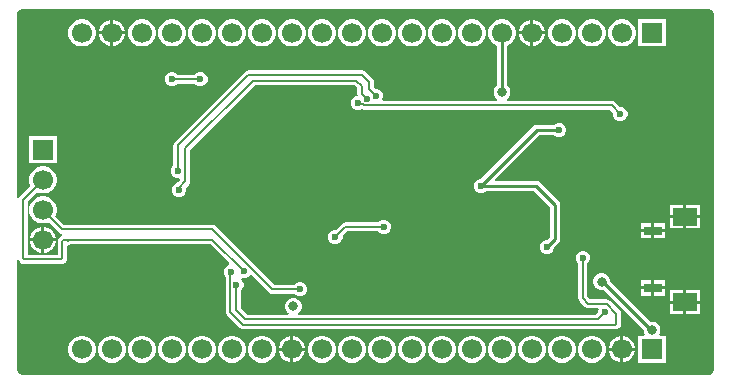
<source format=gbl>
G04*
G04 #@! TF.GenerationSoftware,Altium Limited,Altium Designer,22.0.2 (36)*
G04*
G04 Layer_Physical_Order=2*
G04 Layer_Color=16711680*
%FSLAX24Y24*%
%MOIN*%
G70*
G04*
G04 #@! TF.SameCoordinates,D96F1F73-0473-4D1D-A2DC-BC1745D11BA0*
G04*
G04*
G04 #@! TF.FilePolarity,Positive*
G04*
G01*
G75*
%ADD12C,0.0060*%
%ADD14C,0.0100*%
%ADD52R,0.0787X0.0591*%
%ADD53R,0.0591X0.0315*%
%ADD54C,0.0669*%
%ADD55R,0.0669X0.0669*%
%ADD56R,0.0669X0.0669*%
%ADD57C,0.0236*%
%ADD58C,0.0315*%
G36*
X23338Y12369D02*
X23393Y12314D01*
X23422Y12243D01*
Y12205D01*
Y394D01*
Y355D01*
X23393Y284D01*
X23338Y229D01*
X23267Y200D01*
X355D01*
X284Y229D01*
X229Y284D01*
X200Y355D01*
Y394D01*
Y4025D01*
X250Y4030D01*
X250Y4027D01*
X283Y3978D01*
X318Y3943D01*
X318Y3943D01*
X367Y3910D01*
X425Y3899D01*
X425Y3899D01*
X1665D01*
X1665Y3899D01*
X1723Y3910D01*
X1772Y3943D01*
X1807Y3978D01*
X1807Y3978D01*
X1840Y4027D01*
X1851Y4085D01*
X1851Y4085D01*
Y4494D01*
X1875Y4514D01*
X1933Y4525D01*
X1968Y4549D01*
X6637D01*
X7264Y3922D01*
X7246Y3869D01*
X7176Y3840D01*
X7110Y3774D01*
X7074Y3687D01*
Y3593D01*
X7110Y3506D01*
X7139Y3477D01*
Y2310D01*
X7139Y2310D01*
X7150Y2252D01*
X7183Y2203D01*
X7627Y1760D01*
X7627Y1760D01*
X7676Y1727D01*
X7733Y1716D01*
X7733Y1716D01*
X20131D01*
X20131Y1716D01*
X20189Y1727D01*
X20238Y1760D01*
X20273Y1795D01*
X20273Y1795D01*
X20306Y1844D01*
X20318Y1902D01*
X20318Y1902D01*
Y2240D01*
X20318Y2240D01*
X20306Y2298D01*
X20273Y2347D01*
X19945Y2675D01*
X19896Y2708D01*
X19838Y2720D01*
X19838Y2720D01*
X19294D01*
X19201Y2813D01*
Y3917D01*
X19250Y3966D01*
X19286Y4053D01*
Y4147D01*
X19250Y4234D01*
X19184Y4300D01*
X19097Y4336D01*
X19003D01*
X18916Y4300D01*
X18850Y4234D01*
X18814Y4147D01*
Y4053D01*
X18850Y3966D01*
X18899Y3917D01*
Y2750D01*
X18899Y2750D01*
X18910Y2692D01*
X18943Y2643D01*
X19125Y2462D01*
X19174Y2429D01*
X19232Y2417D01*
X19544D01*
X19572Y2376D01*
X19564Y2357D01*
Y2287D01*
X19477Y2201D01*
X9568D01*
X9555Y2251D01*
X9569Y2259D01*
X9621Y2311D01*
X9657Y2374D01*
X9676Y2444D01*
Y2516D01*
X9657Y2586D01*
X9621Y2649D01*
X9569Y2701D01*
X9506Y2737D01*
X9436Y2756D01*
X9364D01*
X9294Y2737D01*
X9231Y2701D01*
X9179Y2649D01*
X9143Y2586D01*
X9124Y2516D01*
Y2444D01*
X9143Y2374D01*
X9179Y2311D01*
X9231Y2259D01*
X9245Y2251D01*
X9232Y2201D01*
X7863D01*
X7651Y2413D01*
Y3017D01*
X7700Y3066D01*
X7736Y3153D01*
Y3247D01*
X7700Y3334D01*
X7654Y3380D01*
X7682Y3422D01*
X7703Y3414D01*
X7797D01*
X7884Y3450D01*
X7950Y3516D01*
X7954Y3524D01*
X8003Y3534D01*
X8593Y2943D01*
X8642Y2910D01*
X8700Y2899D01*
X9437D01*
X9486Y2850D01*
X9573Y2814D01*
X9667D01*
X9754Y2850D01*
X9820Y2916D01*
X9856Y3003D01*
Y3097D01*
X9820Y3184D01*
X9754Y3250D01*
X9667Y3286D01*
X9573D01*
X9486Y3250D01*
X9437Y3201D01*
X8763D01*
X6807Y5157D01*
X6758Y5190D01*
X6700Y5201D01*
X6700Y5201D01*
X1763D01*
X1460Y5504D01*
X1472Y5525D01*
X1503Y5640D01*
Y5760D01*
X1472Y5875D01*
X1412Y5978D01*
X1328Y6062D01*
X1225Y6122D01*
X1110Y6153D01*
X990D01*
X875Y6122D01*
X772Y6062D01*
X688Y5978D01*
X628Y5875D01*
X597Y5760D01*
Y5640D01*
X628Y5525D01*
X688Y5422D01*
X772Y5338D01*
X875Y5278D01*
X990Y5247D01*
X1110D01*
X1225Y5278D01*
X1246Y5290D01*
X1593Y4943D01*
X1593Y4943D01*
X1642Y4910D01*
X1700Y4899D01*
X1702Y4895D01*
X1678Y4840D01*
X1677Y4840D01*
X1628Y4807D01*
X1614Y4786D01*
X1593Y4772D01*
X1560Y4723D01*
X1549Y4665D01*
Y4201D01*
X541D01*
Y5977D01*
X854Y6290D01*
X875Y6278D01*
X990Y6247D01*
X1110D01*
X1225Y6278D01*
X1328Y6338D01*
X1412Y6422D01*
X1472Y6525D01*
X1503Y6640D01*
Y6760D01*
X1472Y6875D01*
X1412Y6978D01*
X1328Y7062D01*
X1225Y7122D01*
X1110Y7153D01*
X990D01*
X875Y7122D01*
X772Y7062D01*
X688Y6978D01*
X628Y6875D01*
X597Y6760D01*
Y6640D01*
X628Y6525D01*
X640Y6504D01*
X283Y6147D01*
X250Y6098D01*
X250Y6095D01*
X200Y6100D01*
Y12205D01*
Y12243D01*
X229Y12314D01*
X284Y12369D01*
X355Y12398D01*
X23267D01*
X23338Y12369D01*
D02*
G37*
%LPC*%
G36*
X17407Y12035D02*
X17400D01*
Y11650D01*
X17785D01*
Y11657D01*
X17755Y11768D01*
X17698Y11867D01*
X17617Y11948D01*
X17518Y12005D01*
X17407Y12035D01*
D02*
G37*
G36*
X3407D02*
X3400D01*
Y11650D01*
X3785D01*
Y11657D01*
X3755Y11768D01*
X3698Y11867D01*
X3617Y11948D01*
X3518Y12005D01*
X3407Y12035D01*
D02*
G37*
G36*
X3300D02*
X3293D01*
X3182Y12005D01*
X3083Y11948D01*
X3002Y11867D01*
X2945Y11768D01*
X2915Y11657D01*
Y11650D01*
X3300D01*
Y12035D01*
D02*
G37*
G36*
X17300D02*
X17293D01*
X17182Y12005D01*
X17083Y11948D01*
X17002Y11867D01*
X16945Y11768D01*
X16915Y11657D01*
Y11650D01*
X17300D01*
Y12035D01*
D02*
G37*
G36*
X17785Y11550D02*
X17400D01*
Y11165D01*
X17407D01*
X17518Y11195D01*
X17617Y11252D01*
X17698Y11333D01*
X17755Y11432D01*
X17785Y11543D01*
Y11550D01*
D02*
G37*
G36*
X17300D02*
X16915D01*
Y11543D01*
X16945Y11432D01*
X17002Y11333D01*
X17083Y11252D01*
X17182Y11195D01*
X17293Y11165D01*
X17300D01*
Y11550D01*
D02*
G37*
G36*
X3785D02*
X3400D01*
Y11165D01*
X3407D01*
X3518Y11195D01*
X3617Y11252D01*
X3698Y11333D01*
X3755Y11432D01*
X3785Y11543D01*
Y11550D01*
D02*
G37*
G36*
X3300D02*
X2915D01*
Y11543D01*
X2945Y11432D01*
X3002Y11333D01*
X3083Y11252D01*
X3182Y11195D01*
X3293Y11165D01*
X3300D01*
Y11550D01*
D02*
G37*
G36*
X21803Y12053D02*
X20897D01*
Y11147D01*
X21803D01*
Y12053D01*
D02*
G37*
G36*
X20410D02*
X20290D01*
X20175Y12022D01*
X20072Y11962D01*
X19988Y11878D01*
X19928Y11775D01*
X19897Y11660D01*
Y11540D01*
X19928Y11425D01*
X19988Y11322D01*
X20072Y11238D01*
X20175Y11178D01*
X20290Y11147D01*
X20410D01*
X20525Y11178D01*
X20628Y11238D01*
X20712Y11322D01*
X20772Y11425D01*
X20803Y11540D01*
Y11660D01*
X20772Y11775D01*
X20712Y11878D01*
X20628Y11962D01*
X20525Y12022D01*
X20410Y12053D01*
D02*
G37*
G36*
X19410D02*
X19290D01*
X19175Y12022D01*
X19072Y11962D01*
X18988Y11878D01*
X18928Y11775D01*
X18897Y11660D01*
Y11540D01*
X18928Y11425D01*
X18988Y11322D01*
X19072Y11238D01*
X19175Y11178D01*
X19290Y11147D01*
X19410D01*
X19525Y11178D01*
X19628Y11238D01*
X19712Y11322D01*
X19772Y11425D01*
X19803Y11540D01*
Y11660D01*
X19772Y11775D01*
X19712Y11878D01*
X19628Y11962D01*
X19525Y12022D01*
X19410Y12053D01*
D02*
G37*
G36*
X18410D02*
X18290D01*
X18175Y12022D01*
X18072Y11962D01*
X17988Y11878D01*
X17928Y11775D01*
X17897Y11660D01*
Y11540D01*
X17928Y11425D01*
X17988Y11322D01*
X18072Y11238D01*
X18175Y11178D01*
X18290Y11147D01*
X18410D01*
X18525Y11178D01*
X18628Y11238D01*
X18712Y11322D01*
X18772Y11425D01*
X18803Y11540D01*
Y11660D01*
X18772Y11775D01*
X18712Y11878D01*
X18628Y11962D01*
X18525Y12022D01*
X18410Y12053D01*
D02*
G37*
G36*
X15410D02*
X15290D01*
X15175Y12022D01*
X15072Y11962D01*
X14988Y11878D01*
X14928Y11775D01*
X14897Y11660D01*
Y11540D01*
X14928Y11425D01*
X14988Y11322D01*
X15072Y11238D01*
X15175Y11178D01*
X15290Y11147D01*
X15410D01*
X15525Y11178D01*
X15628Y11238D01*
X15712Y11322D01*
X15772Y11425D01*
X15803Y11540D01*
Y11660D01*
X15772Y11775D01*
X15712Y11878D01*
X15628Y11962D01*
X15525Y12022D01*
X15410Y12053D01*
D02*
G37*
G36*
X14410D02*
X14290D01*
X14175Y12022D01*
X14072Y11962D01*
X13988Y11878D01*
X13928Y11775D01*
X13897Y11660D01*
Y11540D01*
X13928Y11425D01*
X13988Y11322D01*
X14072Y11238D01*
X14175Y11178D01*
X14290Y11147D01*
X14410D01*
X14525Y11178D01*
X14628Y11238D01*
X14712Y11322D01*
X14772Y11425D01*
X14803Y11540D01*
Y11660D01*
X14772Y11775D01*
X14712Y11878D01*
X14628Y11962D01*
X14525Y12022D01*
X14410Y12053D01*
D02*
G37*
G36*
X13410D02*
X13290D01*
X13175Y12022D01*
X13072Y11962D01*
X12988Y11878D01*
X12928Y11775D01*
X12897Y11660D01*
Y11540D01*
X12928Y11425D01*
X12988Y11322D01*
X13072Y11238D01*
X13175Y11178D01*
X13290Y11147D01*
X13410D01*
X13525Y11178D01*
X13628Y11238D01*
X13712Y11322D01*
X13772Y11425D01*
X13803Y11540D01*
Y11660D01*
X13772Y11775D01*
X13712Y11878D01*
X13628Y11962D01*
X13525Y12022D01*
X13410Y12053D01*
D02*
G37*
G36*
X12410D02*
X12290D01*
X12175Y12022D01*
X12072Y11962D01*
X11988Y11878D01*
X11928Y11775D01*
X11897Y11660D01*
Y11540D01*
X11928Y11425D01*
X11988Y11322D01*
X12072Y11238D01*
X12175Y11178D01*
X12290Y11147D01*
X12410D01*
X12525Y11178D01*
X12628Y11238D01*
X12712Y11322D01*
X12772Y11425D01*
X12803Y11540D01*
Y11660D01*
X12772Y11775D01*
X12712Y11878D01*
X12628Y11962D01*
X12525Y12022D01*
X12410Y12053D01*
D02*
G37*
G36*
X11410D02*
X11290D01*
X11175Y12022D01*
X11072Y11962D01*
X10988Y11878D01*
X10928Y11775D01*
X10897Y11660D01*
Y11540D01*
X10928Y11425D01*
X10988Y11322D01*
X11072Y11238D01*
X11175Y11178D01*
X11290Y11147D01*
X11410D01*
X11525Y11178D01*
X11628Y11238D01*
X11712Y11322D01*
X11772Y11425D01*
X11803Y11540D01*
Y11660D01*
X11772Y11775D01*
X11712Y11878D01*
X11628Y11962D01*
X11525Y12022D01*
X11410Y12053D01*
D02*
G37*
G36*
X10410D02*
X10290D01*
X10175Y12022D01*
X10072Y11962D01*
X9988Y11878D01*
X9928Y11775D01*
X9897Y11660D01*
Y11540D01*
X9928Y11425D01*
X9988Y11322D01*
X10072Y11238D01*
X10175Y11178D01*
X10290Y11147D01*
X10410D01*
X10525Y11178D01*
X10628Y11238D01*
X10712Y11322D01*
X10772Y11425D01*
X10803Y11540D01*
Y11660D01*
X10772Y11775D01*
X10712Y11878D01*
X10628Y11962D01*
X10525Y12022D01*
X10410Y12053D01*
D02*
G37*
G36*
X9410D02*
X9290D01*
X9175Y12022D01*
X9072Y11962D01*
X8988Y11878D01*
X8928Y11775D01*
X8897Y11660D01*
Y11540D01*
X8928Y11425D01*
X8988Y11322D01*
X9072Y11238D01*
X9175Y11178D01*
X9290Y11147D01*
X9410D01*
X9525Y11178D01*
X9628Y11238D01*
X9712Y11322D01*
X9772Y11425D01*
X9803Y11540D01*
Y11660D01*
X9772Y11775D01*
X9712Y11878D01*
X9628Y11962D01*
X9525Y12022D01*
X9410Y12053D01*
D02*
G37*
G36*
X8410D02*
X8290D01*
X8175Y12022D01*
X8072Y11962D01*
X7988Y11878D01*
X7928Y11775D01*
X7897Y11660D01*
Y11540D01*
X7928Y11425D01*
X7988Y11322D01*
X8072Y11238D01*
X8175Y11178D01*
X8290Y11147D01*
X8410D01*
X8525Y11178D01*
X8628Y11238D01*
X8712Y11322D01*
X8772Y11425D01*
X8803Y11540D01*
Y11660D01*
X8772Y11775D01*
X8712Y11878D01*
X8628Y11962D01*
X8525Y12022D01*
X8410Y12053D01*
D02*
G37*
G36*
X7410D02*
X7290D01*
X7175Y12022D01*
X7072Y11962D01*
X6988Y11878D01*
X6928Y11775D01*
X6897Y11660D01*
Y11540D01*
X6928Y11425D01*
X6988Y11322D01*
X7072Y11238D01*
X7175Y11178D01*
X7290Y11147D01*
X7410D01*
X7525Y11178D01*
X7628Y11238D01*
X7712Y11322D01*
X7772Y11425D01*
X7803Y11540D01*
Y11660D01*
X7772Y11775D01*
X7712Y11878D01*
X7628Y11962D01*
X7525Y12022D01*
X7410Y12053D01*
D02*
G37*
G36*
X6410D02*
X6290D01*
X6175Y12022D01*
X6072Y11962D01*
X5988Y11878D01*
X5928Y11775D01*
X5897Y11660D01*
Y11540D01*
X5928Y11425D01*
X5988Y11322D01*
X6072Y11238D01*
X6175Y11178D01*
X6290Y11147D01*
X6410D01*
X6525Y11178D01*
X6628Y11238D01*
X6712Y11322D01*
X6772Y11425D01*
X6803Y11540D01*
Y11660D01*
X6772Y11775D01*
X6712Y11878D01*
X6628Y11962D01*
X6525Y12022D01*
X6410Y12053D01*
D02*
G37*
G36*
X5410D02*
X5290D01*
X5175Y12022D01*
X5072Y11962D01*
X4988Y11878D01*
X4928Y11775D01*
X4897Y11660D01*
Y11540D01*
X4928Y11425D01*
X4988Y11322D01*
X5072Y11238D01*
X5175Y11178D01*
X5290Y11147D01*
X5410D01*
X5525Y11178D01*
X5628Y11238D01*
X5712Y11322D01*
X5772Y11425D01*
X5803Y11540D01*
Y11660D01*
X5772Y11775D01*
X5712Y11878D01*
X5628Y11962D01*
X5525Y12022D01*
X5410Y12053D01*
D02*
G37*
G36*
X4410D02*
X4290D01*
X4175Y12022D01*
X4072Y11962D01*
X3988Y11878D01*
X3928Y11775D01*
X3897Y11660D01*
Y11540D01*
X3928Y11425D01*
X3988Y11322D01*
X4072Y11238D01*
X4175Y11178D01*
X4290Y11147D01*
X4410D01*
X4525Y11178D01*
X4628Y11238D01*
X4712Y11322D01*
X4772Y11425D01*
X4803Y11540D01*
Y11660D01*
X4772Y11775D01*
X4712Y11878D01*
X4628Y11962D01*
X4525Y12022D01*
X4410Y12053D01*
D02*
G37*
G36*
X2410D02*
X2290D01*
X2175Y12022D01*
X2072Y11962D01*
X1988Y11878D01*
X1928Y11775D01*
X1897Y11660D01*
Y11540D01*
X1928Y11425D01*
X1988Y11322D01*
X2072Y11238D01*
X2175Y11178D01*
X2290Y11147D01*
X2410D01*
X2525Y11178D01*
X2628Y11238D01*
X2712Y11322D01*
X2772Y11425D01*
X2803Y11540D01*
Y11660D01*
X2772Y11775D01*
X2712Y11878D01*
X2628Y11962D01*
X2525Y12022D01*
X2410Y12053D01*
D02*
G37*
G36*
X6347Y10286D02*
X6253D01*
X6166Y10250D01*
X6117Y10201D01*
X5533D01*
X5484Y10250D01*
X5397Y10286D01*
X5303D01*
X5216Y10250D01*
X5150Y10184D01*
X5114Y10097D01*
Y10003D01*
X5150Y9916D01*
X5216Y9850D01*
X5303Y9814D01*
X5397D01*
X5484Y9850D01*
X5533Y9899D01*
X6117D01*
X6166Y9850D01*
X6253Y9814D01*
X6347D01*
X6434Y9850D01*
X6500Y9916D01*
X6536Y10003D01*
Y10097D01*
X6500Y10184D01*
X6434Y10250D01*
X6347Y10286D01*
D02*
G37*
G36*
X16410Y12053D02*
X16290D01*
X16175Y12022D01*
X16072Y11962D01*
X15988Y11878D01*
X15928Y11775D01*
X15897Y11660D01*
Y11540D01*
X15928Y11425D01*
X15988Y11322D01*
X16072Y11238D01*
X16175Y11178D01*
X16179Y11177D01*
Y9838D01*
X16129Y9789D01*
X16093Y9726D01*
X16074Y9656D01*
Y9584D01*
X16093Y9514D01*
X16129Y9451D01*
X16181Y9399D01*
X16195Y9391D01*
X16182Y9341D01*
X12390D01*
X12361Y9391D01*
X12386Y9453D01*
Y9547D01*
X12350Y9634D01*
X12284Y9700D01*
X12197Y9736D01*
X12127D01*
X12084Y9780D01*
Y9967D01*
X12072Y10025D01*
X12040Y10074D01*
X12040Y10074D01*
X11807Y10307D01*
X11758Y10340D01*
X11700Y10351D01*
X11700Y10351D01*
X7900D01*
X7900Y10351D01*
X7842Y10340D01*
X7793Y10307D01*
X5443Y7957D01*
X5410Y7908D01*
X5399Y7850D01*
X5399Y7850D01*
Y7183D01*
X5350Y7134D01*
X5314Y7047D01*
Y6953D01*
X5350Y6866D01*
X5416Y6800D01*
X5503Y6764D01*
X5597D01*
X5631Y6726D01*
X5633Y6696D01*
X5549Y6613D01*
X5526D01*
X5440Y6577D01*
X5373Y6510D01*
X5337Y6424D01*
Y6330D01*
X5373Y6243D01*
X5440Y6176D01*
X5526Y6140D01*
X5620D01*
X5707Y6176D01*
X5774Y6243D01*
X5810Y6330D01*
Y6424D01*
X5803Y6440D01*
X5907Y6543D01*
X5907Y6543D01*
X5940Y6592D01*
X5951Y6650D01*
X5951Y6650D01*
Y7687D01*
X8113Y9849D01*
X11437D01*
X11532Y9755D01*
Y9567D01*
X11532Y9567D01*
X11538Y9535D01*
X11504Y9485D01*
X11494D01*
X11407Y9449D01*
X11340Y9382D01*
X11304Y9295D01*
Y9201D01*
X11340Y9115D01*
X11407Y9048D01*
X11494Y9012D01*
X11588D01*
X11675Y9048D01*
X11688Y9062D01*
X11705Y9050D01*
X11763Y9039D01*
X19947D01*
X20064Y8923D01*
Y8853D01*
X20100Y8766D01*
X20166Y8700D01*
X20253Y8664D01*
X20347D01*
X20434Y8700D01*
X20500Y8766D01*
X20536Y8853D01*
Y8947D01*
X20500Y9034D01*
X20434Y9100D01*
X20347Y9136D01*
X20277D01*
X20117Y9297D01*
X20068Y9330D01*
X20010Y9341D01*
X20010Y9341D01*
X16518D01*
X16505Y9391D01*
X16519Y9399D01*
X16571Y9451D01*
X16607Y9514D01*
X16626Y9584D01*
Y9656D01*
X16607Y9726D01*
X16571Y9789D01*
X16521Y9838D01*
Y11177D01*
X16525Y11178D01*
X16628Y11238D01*
X16712Y11322D01*
X16772Y11425D01*
X16803Y11540D01*
Y11660D01*
X16772Y11775D01*
X16712Y11878D01*
X16628Y11962D01*
X16525Y12022D01*
X16410Y12053D01*
D02*
G37*
G36*
X18307Y8596D02*
X18213D01*
X18126Y8560D01*
X18097Y8531D01*
X17510D01*
X17444Y8518D01*
X17389Y8481D01*
X15644Y6736D01*
X15603D01*
X15516Y6700D01*
X15450Y6634D01*
X15414Y6547D01*
Y6453D01*
X15450Y6366D01*
X15516Y6300D01*
X15603Y6264D01*
X15697D01*
X15784Y6300D01*
X15813Y6329D01*
X17419D01*
X17959Y5789D01*
Y4801D01*
X17854Y4696D01*
X17813D01*
X17726Y4660D01*
X17660Y4594D01*
X17624Y4507D01*
Y4413D01*
X17660Y4326D01*
X17726Y4260D01*
X17813Y4224D01*
X17907D01*
X17994Y4260D01*
X18060Y4326D01*
X18096Y4413D01*
Y4454D01*
X18251Y4609D01*
X18288Y4664D01*
X18301Y4730D01*
Y5860D01*
X18288Y5926D01*
X18251Y5981D01*
X17611Y6621D01*
X17556Y6658D01*
X17490Y6671D01*
X16129D01*
X16110Y6718D01*
X17581Y8189D01*
X18097D01*
X18126Y8160D01*
X18213Y8124D01*
X18307D01*
X18394Y8160D01*
X18460Y8226D01*
X18496Y8313D01*
Y8407D01*
X18460Y8494D01*
X18394Y8560D01*
X18307Y8596D01*
D02*
G37*
G36*
X1503Y8153D02*
X597D01*
Y7247D01*
X1503D01*
Y8153D01*
D02*
G37*
G36*
X22938Y5872D02*
X22494D01*
Y5527D01*
X22938D01*
Y5872D01*
D02*
G37*
G36*
X22394D02*
X21950D01*
Y5527D01*
X22394D01*
Y5872D01*
D02*
G37*
G36*
X12462Y5371D02*
X12368D01*
X12281Y5335D01*
X12232Y5286D01*
X11135D01*
X11135Y5286D01*
X11077Y5275D01*
X11028Y5242D01*
X11028Y5242D01*
X10823Y5036D01*
X10753D01*
X10666Y5000D01*
X10600Y4934D01*
X10564Y4847D01*
Y4753D01*
X10600Y4666D01*
X10666Y4600D01*
X10753Y4564D01*
X10847D01*
X10934Y4600D01*
X11000Y4666D01*
X11036Y4753D01*
Y4823D01*
X11198Y4984D01*
X12232D01*
X12281Y4935D01*
X12368Y4899D01*
X12462D01*
X12549Y4935D01*
X12615Y5001D01*
X12651Y5088D01*
Y5182D01*
X12615Y5269D01*
X12549Y5335D01*
X12462Y5371D01*
D02*
G37*
G36*
X22938Y5427D02*
X22494D01*
Y5082D01*
X22938D01*
Y5427D01*
D02*
G37*
G36*
X22394D02*
X21950D01*
Y5082D01*
X22394D01*
Y5427D01*
D02*
G37*
G36*
X21772Y5262D02*
X21427D01*
Y5055D01*
X21772D01*
Y5262D01*
D02*
G37*
G36*
X21327D02*
X20982D01*
Y5055D01*
X21327D01*
Y5262D01*
D02*
G37*
G36*
X1107Y5135D02*
X1100D01*
Y4750D01*
X1485D01*
Y4757D01*
X1455Y4868D01*
X1398Y4967D01*
X1317Y5048D01*
X1218Y5105D01*
X1107Y5135D01*
D02*
G37*
G36*
X1000D02*
X993D01*
X882Y5105D01*
X783Y5048D01*
X702Y4967D01*
X645Y4868D01*
X615Y4757D01*
Y4750D01*
X1000D01*
Y5135D01*
D02*
G37*
G36*
X21772Y4955D02*
X21427D01*
Y4747D01*
X21772D01*
Y4955D01*
D02*
G37*
G36*
X21327D02*
X20982D01*
Y4747D01*
X21327D01*
Y4955D01*
D02*
G37*
G36*
X1485Y4650D02*
X1100D01*
Y4265D01*
X1107D01*
X1218Y4295D01*
X1317Y4352D01*
X1398Y4433D01*
X1455Y4532D01*
X1485Y4643D01*
Y4650D01*
D02*
G37*
G36*
X1000D02*
X615D01*
Y4643D01*
X645Y4532D01*
X702Y4433D01*
X783Y4352D01*
X882Y4295D01*
X993Y4265D01*
X1000D01*
Y4650D01*
D02*
G37*
G36*
X21772Y3353D02*
X21427D01*
Y3145D01*
X21772D01*
Y3353D01*
D02*
G37*
G36*
X21327D02*
X20982D01*
Y3145D01*
X21327D01*
Y3353D01*
D02*
G37*
G36*
X21772Y3045D02*
X21427D01*
Y2838D01*
X21772D01*
Y3045D01*
D02*
G37*
G36*
X21327D02*
X20982D01*
Y2838D01*
X21327D01*
Y3045D01*
D02*
G37*
G36*
X22938Y3018D02*
X22494D01*
Y2673D01*
X22938D01*
Y3018D01*
D02*
G37*
G36*
X22394D02*
X21950D01*
Y2673D01*
X22394D01*
Y3018D01*
D02*
G37*
G36*
X22938Y2573D02*
X22494D01*
Y2228D01*
X22938D01*
Y2573D01*
D02*
G37*
G36*
X22394D02*
X21950D01*
Y2228D01*
X22394D01*
Y2573D01*
D02*
G37*
G36*
X20407Y1485D02*
X20400D01*
Y1100D01*
X20785D01*
Y1107D01*
X20755Y1218D01*
X20698Y1317D01*
X20617Y1398D01*
X20518Y1455D01*
X20407Y1485D01*
D02*
G37*
G36*
X9407D02*
X9400D01*
Y1100D01*
X9785D01*
Y1107D01*
X9755Y1218D01*
X9698Y1317D01*
X9617Y1398D01*
X9518Y1455D01*
X9407Y1485D01*
D02*
G37*
G36*
X20300D02*
X20293D01*
X20182Y1455D01*
X20083Y1398D01*
X20002Y1317D01*
X19945Y1218D01*
X19915Y1107D01*
Y1100D01*
X20300D01*
Y1485D01*
D02*
G37*
G36*
X9300D02*
X9293D01*
X9182Y1455D01*
X9083Y1398D01*
X9002Y1317D01*
X8945Y1218D01*
X8915Y1107D01*
Y1100D01*
X9300D01*
Y1485D01*
D02*
G37*
G36*
X20785Y1000D02*
X20400D01*
Y615D01*
X20407D01*
X20518Y645D01*
X20617Y702D01*
X20698Y783D01*
X20755Y882D01*
X20785Y993D01*
Y1000D01*
D02*
G37*
G36*
X20300D02*
X19915D01*
Y993D01*
X19945Y882D01*
X20002Y783D01*
X20083Y702D01*
X20182Y645D01*
X20293Y615D01*
X20300D01*
Y1000D01*
D02*
G37*
G36*
X9785D02*
X9400D01*
Y615D01*
X9407D01*
X9518Y645D01*
X9617Y702D01*
X9698Y783D01*
X9755Y882D01*
X9785Y993D01*
Y1000D01*
D02*
G37*
G36*
X9300D02*
X8915D01*
Y993D01*
X8945Y882D01*
X9002Y783D01*
X9083Y702D01*
X9182Y645D01*
X9293Y615D01*
X9300D01*
Y1000D01*
D02*
G37*
G36*
X19706Y3586D02*
X19634D01*
X19564Y3567D01*
X19501Y3531D01*
X19449Y3479D01*
X19413Y3416D01*
X19394Y3346D01*
Y3274D01*
X19413Y3204D01*
X19449Y3141D01*
X19501Y3089D01*
X19564Y3053D01*
X19634Y3034D01*
X19706D01*
X19731Y3041D01*
X21074Y1698D01*
Y1664D01*
X21093Y1594D01*
X21117Y1553D01*
X21090Y1503D01*
X20897D01*
Y597D01*
X21803D01*
Y1503D01*
X21610D01*
X21583Y1553D01*
X21607Y1594D01*
X21626Y1664D01*
Y1736D01*
X21607Y1806D01*
X21571Y1869D01*
X21519Y1921D01*
X21456Y1957D01*
X21386Y1976D01*
X21314D01*
X21289Y1969D01*
X19946Y3312D01*
Y3346D01*
X19927Y3416D01*
X19891Y3479D01*
X19839Y3531D01*
X19776Y3567D01*
X19706Y3586D01*
D02*
G37*
G36*
X19410Y1503D02*
X19290D01*
X19175Y1472D01*
X19072Y1412D01*
X18988Y1328D01*
X18928Y1225D01*
X18897Y1110D01*
Y990D01*
X18928Y875D01*
X18988Y772D01*
X19072Y688D01*
X19175Y628D01*
X19290Y597D01*
X19410D01*
X19525Y628D01*
X19628Y688D01*
X19712Y772D01*
X19772Y875D01*
X19803Y990D01*
Y1110D01*
X19772Y1225D01*
X19712Y1328D01*
X19628Y1412D01*
X19525Y1472D01*
X19410Y1503D01*
D02*
G37*
G36*
X18410D02*
X18290D01*
X18175Y1472D01*
X18072Y1412D01*
X17988Y1328D01*
X17928Y1225D01*
X17897Y1110D01*
Y990D01*
X17928Y875D01*
X17988Y772D01*
X18072Y688D01*
X18175Y628D01*
X18290Y597D01*
X18410D01*
X18525Y628D01*
X18628Y688D01*
X18712Y772D01*
X18772Y875D01*
X18803Y990D01*
Y1110D01*
X18772Y1225D01*
X18712Y1328D01*
X18628Y1412D01*
X18525Y1472D01*
X18410Y1503D01*
D02*
G37*
G36*
X17410D02*
X17290D01*
X17175Y1472D01*
X17072Y1412D01*
X16988Y1328D01*
X16928Y1225D01*
X16897Y1110D01*
Y990D01*
X16928Y875D01*
X16988Y772D01*
X17072Y688D01*
X17175Y628D01*
X17290Y597D01*
X17410D01*
X17525Y628D01*
X17628Y688D01*
X17712Y772D01*
X17772Y875D01*
X17803Y990D01*
Y1110D01*
X17772Y1225D01*
X17712Y1328D01*
X17628Y1412D01*
X17525Y1472D01*
X17410Y1503D01*
D02*
G37*
G36*
X16410D02*
X16290D01*
X16175Y1472D01*
X16072Y1412D01*
X15988Y1328D01*
X15928Y1225D01*
X15897Y1110D01*
Y990D01*
X15928Y875D01*
X15988Y772D01*
X16072Y688D01*
X16175Y628D01*
X16290Y597D01*
X16410D01*
X16525Y628D01*
X16628Y688D01*
X16712Y772D01*
X16772Y875D01*
X16803Y990D01*
Y1110D01*
X16772Y1225D01*
X16712Y1328D01*
X16628Y1412D01*
X16525Y1472D01*
X16410Y1503D01*
D02*
G37*
G36*
X15410D02*
X15290D01*
X15175Y1472D01*
X15072Y1412D01*
X14988Y1328D01*
X14928Y1225D01*
X14897Y1110D01*
Y990D01*
X14928Y875D01*
X14988Y772D01*
X15072Y688D01*
X15175Y628D01*
X15290Y597D01*
X15410D01*
X15525Y628D01*
X15628Y688D01*
X15712Y772D01*
X15772Y875D01*
X15803Y990D01*
Y1110D01*
X15772Y1225D01*
X15712Y1328D01*
X15628Y1412D01*
X15525Y1472D01*
X15410Y1503D01*
D02*
G37*
G36*
X14410D02*
X14290D01*
X14175Y1472D01*
X14072Y1412D01*
X13988Y1328D01*
X13928Y1225D01*
X13897Y1110D01*
Y990D01*
X13928Y875D01*
X13988Y772D01*
X14072Y688D01*
X14175Y628D01*
X14290Y597D01*
X14410D01*
X14525Y628D01*
X14628Y688D01*
X14712Y772D01*
X14772Y875D01*
X14803Y990D01*
Y1110D01*
X14772Y1225D01*
X14712Y1328D01*
X14628Y1412D01*
X14525Y1472D01*
X14410Y1503D01*
D02*
G37*
G36*
X13410D02*
X13290D01*
X13175Y1472D01*
X13072Y1412D01*
X12988Y1328D01*
X12928Y1225D01*
X12897Y1110D01*
Y990D01*
X12928Y875D01*
X12988Y772D01*
X13072Y688D01*
X13175Y628D01*
X13290Y597D01*
X13410D01*
X13525Y628D01*
X13628Y688D01*
X13712Y772D01*
X13772Y875D01*
X13803Y990D01*
Y1110D01*
X13772Y1225D01*
X13712Y1328D01*
X13628Y1412D01*
X13525Y1472D01*
X13410Y1503D01*
D02*
G37*
G36*
X12410D02*
X12290D01*
X12175Y1472D01*
X12072Y1412D01*
X11988Y1328D01*
X11928Y1225D01*
X11897Y1110D01*
Y990D01*
X11928Y875D01*
X11988Y772D01*
X12072Y688D01*
X12175Y628D01*
X12290Y597D01*
X12410D01*
X12525Y628D01*
X12628Y688D01*
X12712Y772D01*
X12772Y875D01*
X12803Y990D01*
Y1110D01*
X12772Y1225D01*
X12712Y1328D01*
X12628Y1412D01*
X12525Y1472D01*
X12410Y1503D01*
D02*
G37*
G36*
X11410D02*
X11290D01*
X11175Y1472D01*
X11072Y1412D01*
X10988Y1328D01*
X10928Y1225D01*
X10897Y1110D01*
Y990D01*
X10928Y875D01*
X10988Y772D01*
X11072Y688D01*
X11175Y628D01*
X11290Y597D01*
X11410D01*
X11525Y628D01*
X11628Y688D01*
X11712Y772D01*
X11772Y875D01*
X11803Y990D01*
Y1110D01*
X11772Y1225D01*
X11712Y1328D01*
X11628Y1412D01*
X11525Y1472D01*
X11410Y1503D01*
D02*
G37*
G36*
X10410D02*
X10290D01*
X10175Y1472D01*
X10072Y1412D01*
X9988Y1328D01*
X9928Y1225D01*
X9897Y1110D01*
Y990D01*
X9928Y875D01*
X9988Y772D01*
X10072Y688D01*
X10175Y628D01*
X10290Y597D01*
X10410D01*
X10525Y628D01*
X10628Y688D01*
X10712Y772D01*
X10772Y875D01*
X10803Y990D01*
Y1110D01*
X10772Y1225D01*
X10712Y1328D01*
X10628Y1412D01*
X10525Y1472D01*
X10410Y1503D01*
D02*
G37*
G36*
X8410D02*
X8290D01*
X8175Y1472D01*
X8072Y1412D01*
X7988Y1328D01*
X7928Y1225D01*
X7897Y1110D01*
Y990D01*
X7928Y875D01*
X7988Y772D01*
X8072Y688D01*
X8175Y628D01*
X8290Y597D01*
X8410D01*
X8525Y628D01*
X8628Y688D01*
X8712Y772D01*
X8772Y875D01*
X8803Y990D01*
Y1110D01*
X8772Y1225D01*
X8712Y1328D01*
X8628Y1412D01*
X8525Y1472D01*
X8410Y1503D01*
D02*
G37*
G36*
X7410D02*
X7290D01*
X7175Y1472D01*
X7072Y1412D01*
X6988Y1328D01*
X6928Y1225D01*
X6897Y1110D01*
Y990D01*
X6928Y875D01*
X6988Y772D01*
X7072Y688D01*
X7175Y628D01*
X7290Y597D01*
X7410D01*
X7525Y628D01*
X7628Y688D01*
X7712Y772D01*
X7772Y875D01*
X7803Y990D01*
Y1110D01*
X7772Y1225D01*
X7712Y1328D01*
X7628Y1412D01*
X7525Y1472D01*
X7410Y1503D01*
D02*
G37*
G36*
X6410D02*
X6290D01*
X6175Y1472D01*
X6072Y1412D01*
X5988Y1328D01*
X5928Y1225D01*
X5897Y1110D01*
Y990D01*
X5928Y875D01*
X5988Y772D01*
X6072Y688D01*
X6175Y628D01*
X6290Y597D01*
X6410D01*
X6525Y628D01*
X6628Y688D01*
X6712Y772D01*
X6772Y875D01*
X6803Y990D01*
Y1110D01*
X6772Y1225D01*
X6712Y1328D01*
X6628Y1412D01*
X6525Y1472D01*
X6410Y1503D01*
D02*
G37*
G36*
X5410D02*
X5290D01*
X5175Y1472D01*
X5072Y1412D01*
X4988Y1328D01*
X4928Y1225D01*
X4897Y1110D01*
Y990D01*
X4928Y875D01*
X4988Y772D01*
X5072Y688D01*
X5175Y628D01*
X5290Y597D01*
X5410D01*
X5525Y628D01*
X5628Y688D01*
X5712Y772D01*
X5772Y875D01*
X5803Y990D01*
Y1110D01*
X5772Y1225D01*
X5712Y1328D01*
X5628Y1412D01*
X5525Y1472D01*
X5410Y1503D01*
D02*
G37*
G36*
X4410D02*
X4290D01*
X4175Y1472D01*
X4072Y1412D01*
X3988Y1328D01*
X3928Y1225D01*
X3897Y1110D01*
Y990D01*
X3928Y875D01*
X3988Y772D01*
X4072Y688D01*
X4175Y628D01*
X4290Y597D01*
X4410D01*
X4525Y628D01*
X4628Y688D01*
X4712Y772D01*
X4772Y875D01*
X4803Y990D01*
Y1110D01*
X4772Y1225D01*
X4712Y1328D01*
X4628Y1412D01*
X4525Y1472D01*
X4410Y1503D01*
D02*
G37*
G36*
X3410D02*
X3290D01*
X3175Y1472D01*
X3072Y1412D01*
X2988Y1328D01*
X2928Y1225D01*
X2897Y1110D01*
Y990D01*
X2928Y875D01*
X2988Y772D01*
X3072Y688D01*
X3175Y628D01*
X3290Y597D01*
X3410D01*
X3525Y628D01*
X3628Y688D01*
X3712Y772D01*
X3772Y875D01*
X3803Y990D01*
Y1110D01*
X3772Y1225D01*
X3712Y1328D01*
X3628Y1412D01*
X3525Y1472D01*
X3410Y1503D01*
D02*
G37*
G36*
X2410D02*
X2290D01*
X2175Y1472D01*
X2072Y1412D01*
X1988Y1328D01*
X1928Y1225D01*
X1897Y1110D01*
Y990D01*
X1928Y875D01*
X1988Y772D01*
X2072Y688D01*
X2175Y628D01*
X2290Y597D01*
X2410D01*
X2525Y628D01*
X2628Y688D01*
X2712Y772D01*
X2772Y875D01*
X2803Y990D01*
Y1110D01*
X2772Y1225D01*
X2712Y1328D01*
X2628Y1412D01*
X2525Y1472D01*
X2410Y1503D01*
D02*
G37*
%LPD*%
D12*
X6080Y7100D02*
X6326Y7346D01*
X6486D02*
X6521Y7380D01*
X6326Y7346D02*
X6486D01*
X11763Y9190D02*
X20010D01*
X20300Y8900D01*
X1875Y4665D02*
X1910Y4700D01*
X1735D02*
X6700D01*
X7750Y3650D01*
X5550Y7000D02*
Y7850D01*
X4602Y2697D02*
Y3828D01*
X4595Y3835D02*
X4602Y3828D01*
Y2697D02*
X4610Y2690D01*
X4690Y7180D02*
X5090D01*
X4570Y6660D02*
Y7060D01*
X4690Y7180D01*
X17350Y11600D02*
X17355Y11595D01*
Y9765D02*
Y11595D01*
Y9765D02*
X17360Y9760D01*
X5550Y7850D02*
X7900Y10200D01*
X19050Y2750D02*
Y4100D01*
X7733Y1867D02*
X20131D01*
X7500Y2350D02*
Y3200D01*
X7290Y2310D02*
Y3620D01*
X19540Y2050D02*
X19800Y2310D01*
X7800Y2050D02*
X19540D01*
X19838Y2568D02*
X20167Y2240D01*
X7500Y2350D02*
X7800Y2050D01*
X20167Y1902D02*
Y2240D01*
X20131Y1867D02*
X20167Y1902D01*
X7290Y2310D02*
X7733Y1867D01*
X19050Y2750D02*
X19232Y2568D01*
X19838D01*
X11575Y9214D02*
X11739D01*
X11763Y9190D01*
X11541Y9248D02*
X11575Y9214D01*
X5573Y6423D02*
X5800Y6650D01*
X5573Y6377D02*
Y6423D01*
X10800Y4800D02*
X11135Y5135D01*
X390Y4085D02*
X425Y4050D01*
X390Y6040D02*
X1050Y6700D01*
X425Y4050D02*
X1665D01*
X390Y4085D02*
Y6040D01*
X11135Y5135D02*
X12415D01*
X8700Y3050D02*
X9620D01*
X11933Y9717D02*
Y9967D01*
Y9717D02*
X12150Y9500D01*
X11683Y9567D02*
X11850Y9400D01*
X11683Y9567D02*
Y9817D01*
X11500Y10000D02*
X11683Y9817D01*
X11700Y10200D02*
X11933Y9967D01*
X1665Y4050D02*
X1700Y4085D01*
Y4665D01*
X5800Y7750D02*
X8050Y10000D01*
X11500D01*
X5800Y6650D02*
Y7750D01*
X7900Y10200D02*
X11700D01*
X7290Y3620D02*
X7310Y3640D01*
X6700Y5050D02*
X8700Y3050D01*
X1700Y5050D02*
X6700D01*
X5350Y10050D02*
X6300D01*
X1050Y5700D02*
X1700Y5050D01*
D14*
X15650Y6500D02*
X17490D01*
X18130Y5860D01*
Y4730D02*
Y5860D01*
X17860Y4460D02*
X18130Y4730D01*
X17510Y8360D02*
X18260D01*
X15650Y6500D02*
X17510Y8360D01*
X19670Y3310D02*
X19705D01*
X21315Y1700D01*
X21350D01*
X16350Y9620D02*
Y11600D01*
D52*
X22444Y2623D02*
D03*
Y5477D02*
D03*
D53*
X21377Y5005D02*
D03*
Y3095D02*
D03*
D54*
X1050Y4700D02*
D03*
Y5700D02*
D03*
Y6700D02*
D03*
X6350Y11600D02*
D03*
X7350D02*
D03*
X8350D02*
D03*
X9350D02*
D03*
X10350D02*
D03*
X11350D02*
D03*
X12350D02*
D03*
X13350D02*
D03*
X14350D02*
D03*
X15350D02*
D03*
X16350D02*
D03*
X17350D02*
D03*
X18350D02*
D03*
X19350D02*
D03*
X20350D02*
D03*
X5350D02*
D03*
X4350D02*
D03*
X3350D02*
D03*
X2350D02*
D03*
X6350Y1050D02*
D03*
X7350D02*
D03*
X8350D02*
D03*
X9350D02*
D03*
X10350D02*
D03*
X11350D02*
D03*
X12350D02*
D03*
X13350D02*
D03*
X14350D02*
D03*
X15350D02*
D03*
X16350D02*
D03*
X17350D02*
D03*
X18350D02*
D03*
X19350D02*
D03*
X20350D02*
D03*
X5350D02*
D03*
X4350D02*
D03*
X3350D02*
D03*
X2350D02*
D03*
D55*
X1050Y7700D02*
D03*
D56*
X21350Y11600D02*
D03*
Y1050D02*
D03*
D57*
X21040Y2610D02*
D03*
X6521Y7380D02*
D03*
X6080Y7100D02*
D03*
X11550Y4250D02*
D03*
X8003Y4332D02*
D03*
X17860Y4460D02*
D03*
X18260Y8360D02*
D03*
X15650Y6500D02*
D03*
X7750Y3650D02*
D03*
X5550Y7000D02*
D03*
X4610Y2690D02*
D03*
X4570Y6660D02*
D03*
X17360Y9760D02*
D03*
X17430Y2530D02*
D03*
X11970Y2760D02*
D03*
X10260Y8350D02*
D03*
X4595Y3835D02*
D03*
X5090Y7180D02*
D03*
X1050Y3440D02*
D03*
X19050Y4100D02*
D03*
X19800Y2310D02*
D03*
X11541Y9248D02*
D03*
X5573Y6377D02*
D03*
X10800Y4800D02*
D03*
X12415Y5135D02*
D03*
X9620Y3050D02*
D03*
X12150Y9500D02*
D03*
X11850Y9400D02*
D03*
X7500Y3200D02*
D03*
X7310Y3640D02*
D03*
X20300Y8900D02*
D03*
X6300Y10050D02*
D03*
X5350D02*
D03*
D58*
X9400Y2480D02*
D03*
X19670Y3310D02*
D03*
X21350Y1700D02*
D03*
X16350Y9620D02*
D03*
M02*

</source>
